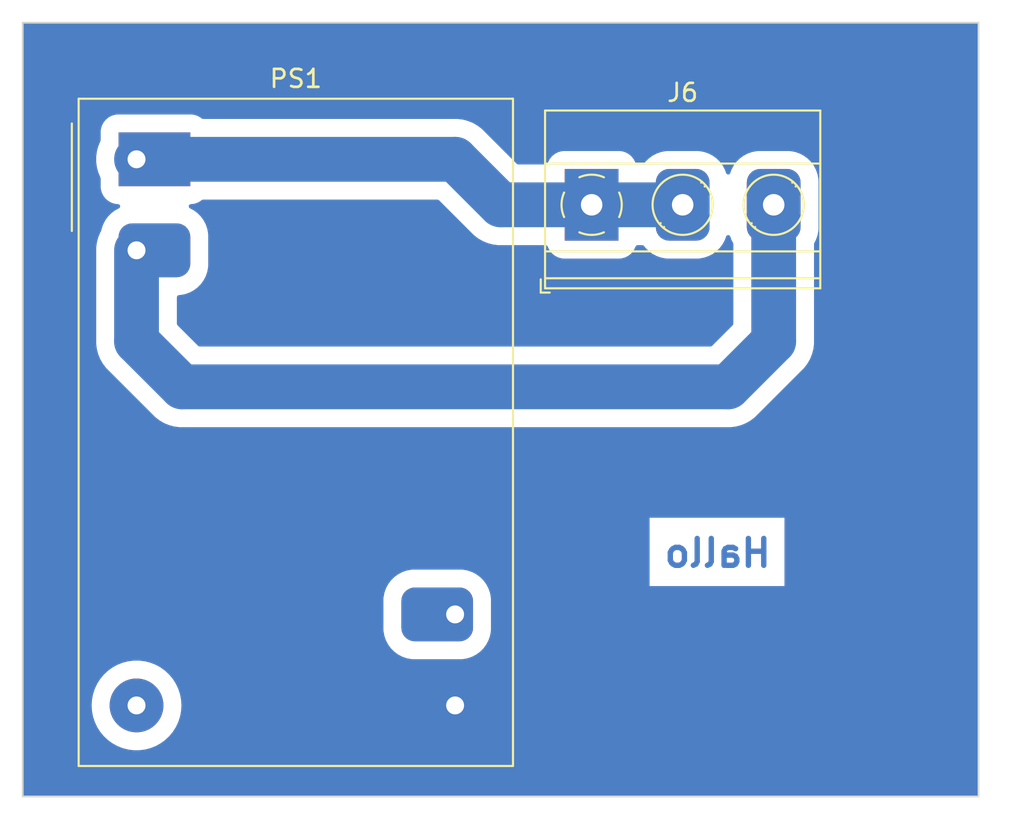
<source format=kicad_pcb>
(kicad_pcb (version 20241229) (generator "pcbnew") (generator_version "9.0")
  (title_block (date "2022") (company "TimiWho"))
  (layers (0 "F.Cu" signal) (2 "B.Cu" signal) (5 "F.SilkS" user "F.Silkscreen") (7 "B.SilkS" user "B.Silkscreen") (1 "F.Mask" user) (3 "B.Mask" user) (25 "Edge.Cuts" user))
  (net 0 "")
  (net 1 "Net-(J6-Pin_1)")
  (net 2 "Net-(J6-Pin_3)")
  (net 4 "5VDC")
  (net 5 "Earth")
  (footprint "0_Festspann:Converter_ACDC_AZ_Delivery_220_5_THT" (layer "F.Cu") (at 63.5 53.975)
    (property "Reference" "PS1" (at 8.89 -4.5 0) (layer "F.SilkS"))
    (property "Value" "AZ-Delivery-220-5")
    (fp_line (start -3.61 -2) (end -3.61 4) (stroke (width 0.12)) (layer "F.SilkS"))
    (fp_line (start -3.23 -3.38) (end -3.23 33.86) (stroke (width 0.12)) (layer "F.SilkS"))
    (fp_line (start -3.23 33.86) (end 21.01 33.86) (stroke (width 0.12)) (layer "F.SilkS"))
    (fp_line (start 21.01 -3.38) (end -3.23 -3.38) (stroke (width 0.12)) (layer "F.SilkS"))
    (fp_line (start 21.01 -3.38) (end 21.01 33.86) (stroke (width 0.12)) (layer "F.SilkS"))
    (pad "1" thru_hole rect (at 0 0) (size 4 3) (drill 1 (offset 1 0)) (layers "*.Cu" "*.Mask") (net 1 "Net-(J6-Pin_1)"))
    (pad "3" thru_hole roundrect (at 0 5.08) (size 4 3) (drill 1 (offset 1 0)) (layers "*.Cu" "*.Mask") (net 2 "Net-(J6-Pin_3)"))
    (pad "5" thru_hole circle (at 0 30.48) (size 3 3) (drill 1) (layers "*.Cu" "*.Mask"))
    (pad "14" thru_hole roundrect (at 17.78 30.48) (size 4 3) (drill 1 (offset -1 0)) (layers "*.Cu" "*.Mask") (net 5 "Earth"))
    (pad "16" thru_hole roundrect (at 17.78 25.4) (size 4 3) (drill 1 (offset -1 0)) (layers "*.Cu" "*.Mask") (net 4 "5VDC"))
  )
  (footprint "0_Connect:TerminalBlock_Phoenix_1x03_P5.08mm_Horizontal" (layer "F.Cu") (at 88.9 56.515)
    (property "Reference" "J6" (at 5.08 -6.26 0) (layer "F.SilkS"))
    (property "Value" "In/Out")
    (fp_line (start -2.84 4.16) (end -2.84 4.9) (stroke (width 0.12)) (layer "F.SilkS"))
    (fp_line (start -2.84 4.9) (end -2.34 4.9) (stroke (width 0.12)) (layer "F.SilkS"))
    (fp_line (start -2.6 -5.261) (end -2.6 4.66) (stroke (width 0.12)) (layer "F.SilkS"))
    (fp_line (start -2.6 -5.261) (end 12.76 -5.261) (stroke (width 0.12)) (layer "F.SilkS"))
    (fp_line (start -2.6 -2.301) (end 12.76 -2.301) (stroke (width 0.12)) (layer "F.SilkS"))
    (fp_line (start -2.6 2.6) (end 12.76 2.6) (stroke (width 0.12)) (layer "F.SilkS"))
    (fp_line (start -2.6 4.1) (end 12.76 4.1) (stroke (width 0.12)) (layer "F.SilkS"))
    (fp_line (start -2.6 4.66) (end 12.76 4.66) (stroke (width 0.12)) (layer "F.SilkS"))
    (fp_line (start 3.853 1.023) (end 3.806 1.069) (stroke (width 0.12)) (layer "F.SilkS"))
    (fp_line (start 4.046 1.239) (end 4.011 1.274) (stroke (width 0.12)) (layer "F.SilkS"))
    (fp_line (start 6.15 -1.275) (end 6.115 -1.239) (stroke (width 0.12)) (layer "F.SilkS"))
    (fp_line (start 6.355 -1.069) (end 6.308 -1.023) (stroke (width 0.12)) (layer "F.SilkS"))
    (fp_line (start 8.933 1.023) (end 8.886 1.069) (stroke (width 0.12)) (layer "F.SilkS"))
    (fp_line (start 9.126 1.239) (end 9.091 1.274) (stroke (width 0.12)) (layer "F.SilkS"))
    (fp_line (start 11.23 -1.275) (end 11.195 -1.239) (stroke (width 0.12)) (layer "F.SilkS"))
    (fp_line (start 11.435 -1.069) (end 11.388 -1.023) (stroke (width 0.12)) (layer "F.SilkS"))
    (fp_line (start 12.76 -5.261) (end 12.76 4.66) (stroke (width 0.12)) (layer "F.SilkS"))
    (fp_arc (start -1.535427 0.683042) (mid -1.680501 -0.000524) (end -1.535 -0.684) (stroke (width 0.12)) (layer "F.SilkS"))
    (fp_arc (start -0.683042 -1.535427) (mid 0.000524 -1.680501) (end 0.684 -1.535) (stroke (width 0.12)) (layer "F.SilkS"))
    (fp_arc (start 0.028805 1.680253) (mid -0.335551 1.646659) (end -0.684 1.535) (stroke (width 0.12)) (layer "F.SilkS"))
    (fp_arc (start 0.683318 1.534756) (mid 0.349292 1.643288) (end 0 1.68) (stroke (width 0.12)) (layer "F.SilkS"))
    (fp_arc (start 1.535427 -0.683042) (mid 1.680501 0.000524) (end 1.535 0.684) (stroke (width 0.12)) (layer "F.SilkS"))
    (fp_circle (center 5.08 0) (end 6.76 0) (stroke (width 0.12)) (fill no) (layer "F.SilkS"))
    (fp_circle (center 10.16 0) (end 11.84 0) (stroke (width 0.12)) (fill no) (layer "F.SilkS"))
    (pad "1" thru_hole rect (at 0 0) (size 3 4) (drill 1.2) (layers "*.Cu" "*.Mask") (net 1 "Net-(J6-Pin_1)"))
    (pad "2" thru_hole roundrect (at 5.08 0) (size 3 4) (drill 1.2) (layers "*.Cu" "*.Mask") (net 1 "Net-(J6-Pin_1)"))
    (pad "3" thru_hole roundrect (at 10.16 0) (size 3 4) (drill 1.2) (layers "*.Cu" "*.Mask") (net 2 "Net-(J6-Pin_3)"))
  )
  (gr_line (start 57.15 46.355) (end 57.15 89.535) (stroke (width 0.1)) (layer "Edge.Cuts"))
  (gr_line (start 110.49 46.355) (end 57.15 46.355) (stroke (width 0.1)) (layer "Edge.Cuts"))
  (gr_line (start 57.15 89.535) (end 110.49 89.535) (stroke (width 0.1)) (layer "Edge.Cuts"))
  (gr_line (start 110.49 89.535) (end 110.49 46.355) (stroke (width 0.1)) (layer "Edge.Cuts"))
  (gr_text "Hallo" (at 99.06 76.835 0) (layer "B.Cu") (effects (font (size 1.5 1.5) (thickness 0.3) (bold yes)) (justify left bottom mirror)))
  (segment (start 81.28 53.975) (end 83.82 56.515) (width 2.5) (layer "B.Cu") (net 1))
  (segment (start 93.98 56.515) (end 88.9 56.515) (width 2.5) (layer "B.Cu") (net 1))
  (segment (start 89.075 56.525) (end 88.725 56.175) (width 2.5) (layer "B.Cu") (net 1))
  (segment (start 83.82 56.515) (end 88.9 56.515) (width 2.5) (layer "B.Cu") (net 1))
  (segment (start 63.5 53.975) (end 81.28 53.975) (width 2.5) (layer "B.Cu") (net 1))
  (segment (start 63.5 64.135) (end 63.5 59.055) (width 2.5) (layer "B.Cu") (net 2))
  (segment (start 99.06 56.515) (end 99.06 64.135) (width 2.5) (layer "B.Cu") (net 2))
  (segment (start 99.06 64.135) (end 96.52 66.675) (width 2.5) (layer "B.Cu") (net 2))
  (segment (start 96.52 66.675) (end 66.04 66.675) (width 2.5) (layer "B.Cu") (net 2))
  (segment (start 66.04 66.675) (end 63.5 64.135) (width 2.5) (layer "B.Cu") (net 2))
  (zone (net 5) (net_name "Earth") (layer "B.Cu") (connect_pads yes (clearance 1)) (min_thickness 0.25) (fill yes (thermal_gap 0.5) (thermal_bridge_width 0.5) (island_removal_mode 1) (island_area_min 10))
    (polygon (pts (xy 55.88 45.085) (xy 55.88 90.805) (xy 113.03 90.805) (xy 113.03 45.085)))
  )
)
</source>
